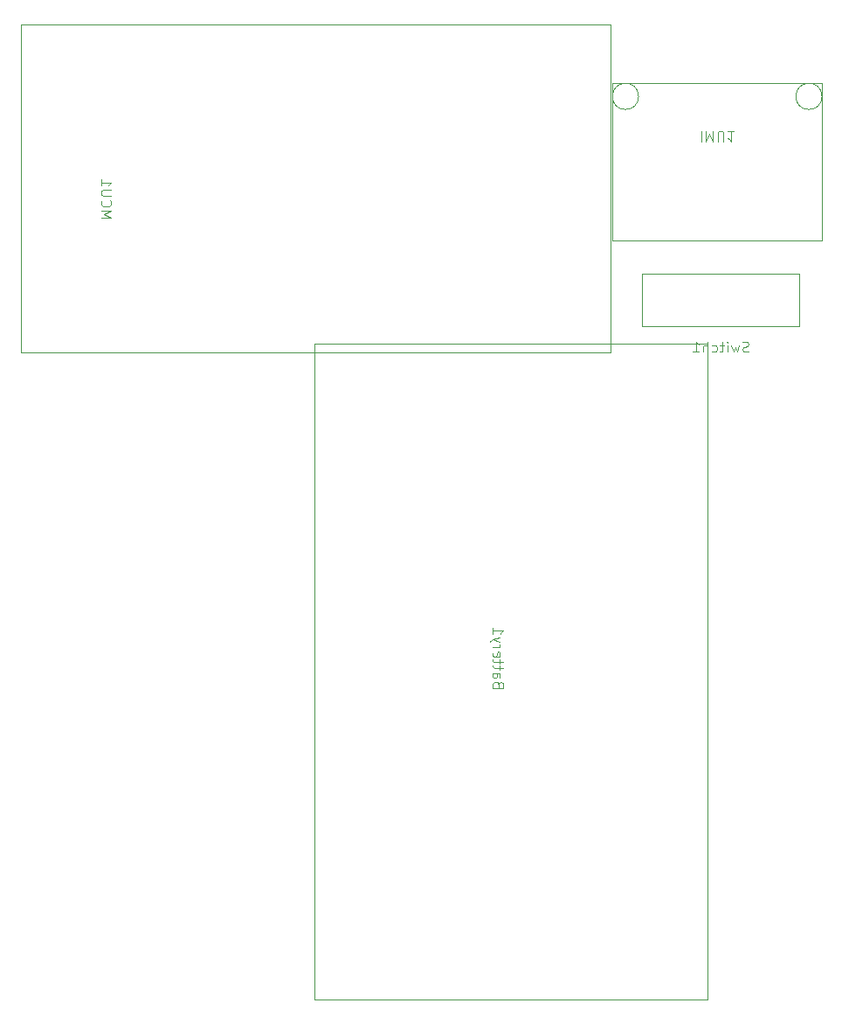
<source format=gbr>
%TF.GenerationSoftware,KiCad,Pcbnew,7.0.5*%
%TF.CreationDate,2023-07-05T14:29:17+01:00*%
%TF.ProjectId,rat,7261742e-6b69-4636-9164-5f7063625858,rev?*%
%TF.SameCoordinates,Original*%
%TF.FileFunction,Legend,Bot*%
%TF.FilePolarity,Positive*%
%FSLAX46Y46*%
G04 Gerber Fmt 4.6, Leading zero omitted, Abs format (unit mm)*
G04 Created by KiCad (PCBNEW 7.0.5) date 2023-07-05 14:29:17*
%MOMM*%
%LPD*%
G01*
G04 APERTURE LIST*
%ADD10C,0.100000*%
G04 APERTURE END LIST*
D10*
%TO.C,MCU1*%
X155382580Y-43073332D02*
X156382580Y-43073332D01*
X156382580Y-43073332D02*
X155668295Y-42739999D01*
X155668295Y-42739999D02*
X156382580Y-42406666D01*
X156382580Y-42406666D02*
X155382580Y-42406666D01*
X155477819Y-41359047D02*
X155430200Y-41406666D01*
X155430200Y-41406666D02*
X155382580Y-41549523D01*
X155382580Y-41549523D02*
X155382580Y-41644761D01*
X155382580Y-41644761D02*
X155430200Y-41787618D01*
X155430200Y-41787618D02*
X155525438Y-41882856D01*
X155525438Y-41882856D02*
X155620676Y-41930475D01*
X155620676Y-41930475D02*
X155811152Y-41978094D01*
X155811152Y-41978094D02*
X155954009Y-41978094D01*
X155954009Y-41978094D02*
X156144485Y-41930475D01*
X156144485Y-41930475D02*
X156239723Y-41882856D01*
X156239723Y-41882856D02*
X156334961Y-41787618D01*
X156334961Y-41787618D02*
X156382580Y-41644761D01*
X156382580Y-41644761D02*
X156382580Y-41549523D01*
X156382580Y-41549523D02*
X156334961Y-41406666D01*
X156334961Y-41406666D02*
X156287342Y-41359047D01*
X156382580Y-40930475D02*
X155573057Y-40930475D01*
X155573057Y-40930475D02*
X155477819Y-40882856D01*
X155477819Y-40882856D02*
X155430200Y-40835237D01*
X155430200Y-40835237D02*
X155382580Y-40739999D01*
X155382580Y-40739999D02*
X155382580Y-40549523D01*
X155382580Y-40549523D02*
X155430200Y-40454285D01*
X155430200Y-40454285D02*
X155477819Y-40406666D01*
X155477819Y-40406666D02*
X155573057Y-40359047D01*
X155573057Y-40359047D02*
X156382580Y-40359047D01*
X155382580Y-39359047D02*
X155382580Y-39930475D01*
X155382580Y-39644761D02*
X156382580Y-39644761D01*
X156382580Y-39644761D02*
X156239723Y-39739999D01*
X156239723Y-39739999D02*
X156144485Y-39835237D01*
X156144485Y-39835237D02*
X156096866Y-39930475D01*
%TO.C,Battery1*%
X193906390Y-88227619D02*
X193858771Y-88084762D01*
X193858771Y-88084762D02*
X193811152Y-88037143D01*
X193811152Y-88037143D02*
X193715914Y-87989524D01*
X193715914Y-87989524D02*
X193573057Y-87989524D01*
X193573057Y-87989524D02*
X193477819Y-88037143D01*
X193477819Y-88037143D02*
X193430200Y-88084762D01*
X193430200Y-88084762D02*
X193382580Y-88180000D01*
X193382580Y-88180000D02*
X193382580Y-88560952D01*
X193382580Y-88560952D02*
X194382580Y-88560952D01*
X194382580Y-88560952D02*
X194382580Y-88227619D01*
X194382580Y-88227619D02*
X194334961Y-88132381D01*
X194334961Y-88132381D02*
X194287342Y-88084762D01*
X194287342Y-88084762D02*
X194192104Y-88037143D01*
X194192104Y-88037143D02*
X194096866Y-88037143D01*
X194096866Y-88037143D02*
X194001628Y-88084762D01*
X194001628Y-88084762D02*
X193954009Y-88132381D01*
X193954009Y-88132381D02*
X193906390Y-88227619D01*
X193906390Y-88227619D02*
X193906390Y-88560952D01*
X193382580Y-87132381D02*
X193906390Y-87132381D01*
X193906390Y-87132381D02*
X194001628Y-87180000D01*
X194001628Y-87180000D02*
X194049247Y-87275238D01*
X194049247Y-87275238D02*
X194049247Y-87465714D01*
X194049247Y-87465714D02*
X194001628Y-87560952D01*
X193430200Y-87132381D02*
X193382580Y-87227619D01*
X193382580Y-87227619D02*
X193382580Y-87465714D01*
X193382580Y-87465714D02*
X193430200Y-87560952D01*
X193430200Y-87560952D02*
X193525438Y-87608571D01*
X193525438Y-87608571D02*
X193620676Y-87608571D01*
X193620676Y-87608571D02*
X193715914Y-87560952D01*
X193715914Y-87560952D02*
X193763533Y-87465714D01*
X193763533Y-87465714D02*
X193763533Y-87227619D01*
X193763533Y-87227619D02*
X193811152Y-87132381D01*
X194049247Y-86799047D02*
X194049247Y-86418095D01*
X194382580Y-86656190D02*
X193525438Y-86656190D01*
X193525438Y-86656190D02*
X193430200Y-86608571D01*
X193430200Y-86608571D02*
X193382580Y-86513333D01*
X193382580Y-86513333D02*
X193382580Y-86418095D01*
X194049247Y-86227618D02*
X194049247Y-85846666D01*
X194382580Y-86084761D02*
X193525438Y-86084761D01*
X193525438Y-86084761D02*
X193430200Y-86037142D01*
X193430200Y-86037142D02*
X193382580Y-85941904D01*
X193382580Y-85941904D02*
X193382580Y-85846666D01*
X193430200Y-85132380D02*
X193382580Y-85227618D01*
X193382580Y-85227618D02*
X193382580Y-85418094D01*
X193382580Y-85418094D02*
X193430200Y-85513332D01*
X193430200Y-85513332D02*
X193525438Y-85560951D01*
X193525438Y-85560951D02*
X193906390Y-85560951D01*
X193906390Y-85560951D02*
X194001628Y-85513332D01*
X194001628Y-85513332D02*
X194049247Y-85418094D01*
X194049247Y-85418094D02*
X194049247Y-85227618D01*
X194049247Y-85227618D02*
X194001628Y-85132380D01*
X194001628Y-85132380D02*
X193906390Y-85084761D01*
X193906390Y-85084761D02*
X193811152Y-85084761D01*
X193811152Y-85084761D02*
X193715914Y-85560951D01*
X193382580Y-84656189D02*
X194049247Y-84656189D01*
X193858771Y-84656189D02*
X193954009Y-84608570D01*
X193954009Y-84608570D02*
X194001628Y-84560951D01*
X194001628Y-84560951D02*
X194049247Y-84465713D01*
X194049247Y-84465713D02*
X194049247Y-84370475D01*
X194049247Y-84132379D02*
X193382580Y-83894284D01*
X194049247Y-83656189D02*
X193382580Y-83894284D01*
X193382580Y-83894284D02*
X193144485Y-83989522D01*
X193144485Y-83989522D02*
X193096866Y-84037141D01*
X193096866Y-84037141D02*
X193049247Y-84132379D01*
X193382580Y-82751427D02*
X193382580Y-83322855D01*
X193382580Y-83037141D02*
X194382580Y-83037141D01*
X194382580Y-83037141D02*
X194239723Y-83132379D01*
X194239723Y-83132379D02*
X194144485Y-83227617D01*
X194144485Y-83227617D02*
X194096866Y-83322855D01*
%TO.C,Switch1*%
X218150475Y-55989800D02*
X218007618Y-56037419D01*
X218007618Y-56037419D02*
X217769523Y-56037419D01*
X217769523Y-56037419D02*
X217674285Y-55989800D01*
X217674285Y-55989800D02*
X217626666Y-55942180D01*
X217626666Y-55942180D02*
X217579047Y-55846942D01*
X217579047Y-55846942D02*
X217579047Y-55751704D01*
X217579047Y-55751704D02*
X217626666Y-55656466D01*
X217626666Y-55656466D02*
X217674285Y-55608847D01*
X217674285Y-55608847D02*
X217769523Y-55561228D01*
X217769523Y-55561228D02*
X217959999Y-55513609D01*
X217959999Y-55513609D02*
X218055237Y-55465990D01*
X218055237Y-55465990D02*
X218102856Y-55418371D01*
X218102856Y-55418371D02*
X218150475Y-55323133D01*
X218150475Y-55323133D02*
X218150475Y-55227895D01*
X218150475Y-55227895D02*
X218102856Y-55132657D01*
X218102856Y-55132657D02*
X218055237Y-55085038D01*
X218055237Y-55085038D02*
X217959999Y-55037419D01*
X217959999Y-55037419D02*
X217721904Y-55037419D01*
X217721904Y-55037419D02*
X217579047Y-55085038D01*
X217245713Y-55370752D02*
X217055237Y-56037419D01*
X217055237Y-56037419D02*
X216864761Y-55561228D01*
X216864761Y-55561228D02*
X216674285Y-56037419D01*
X216674285Y-56037419D02*
X216483809Y-55370752D01*
X216102856Y-56037419D02*
X216102856Y-55370752D01*
X216102856Y-55037419D02*
X216150475Y-55085038D01*
X216150475Y-55085038D02*
X216102856Y-55132657D01*
X216102856Y-55132657D02*
X216055237Y-55085038D01*
X216055237Y-55085038D02*
X216102856Y-55037419D01*
X216102856Y-55037419D02*
X216102856Y-55132657D01*
X215769523Y-55370752D02*
X215388571Y-55370752D01*
X215626666Y-55037419D02*
X215626666Y-55894561D01*
X215626666Y-55894561D02*
X215579047Y-55989800D01*
X215579047Y-55989800D02*
X215483809Y-56037419D01*
X215483809Y-56037419D02*
X215388571Y-56037419D01*
X214626666Y-55989800D02*
X214721904Y-56037419D01*
X214721904Y-56037419D02*
X214912380Y-56037419D01*
X214912380Y-56037419D02*
X215007618Y-55989800D01*
X215007618Y-55989800D02*
X215055237Y-55942180D01*
X215055237Y-55942180D02*
X215102856Y-55846942D01*
X215102856Y-55846942D02*
X215102856Y-55561228D01*
X215102856Y-55561228D02*
X215055237Y-55465990D01*
X215055237Y-55465990D02*
X215007618Y-55418371D01*
X215007618Y-55418371D02*
X214912380Y-55370752D01*
X214912380Y-55370752D02*
X214721904Y-55370752D01*
X214721904Y-55370752D02*
X214626666Y-55418371D01*
X214198094Y-56037419D02*
X214198094Y-55037419D01*
X213769523Y-56037419D02*
X213769523Y-55513609D01*
X213769523Y-55513609D02*
X213817142Y-55418371D01*
X213817142Y-55418371D02*
X213912380Y-55370752D01*
X213912380Y-55370752D02*
X214055237Y-55370752D01*
X214055237Y-55370752D02*
X214150475Y-55418371D01*
X214150475Y-55418371D02*
X214198094Y-55465990D01*
X212769523Y-56037419D02*
X213340951Y-56037419D01*
X213055237Y-56037419D02*
X213055237Y-55037419D01*
X213055237Y-55037419D02*
X213150475Y-55180276D01*
X213150475Y-55180276D02*
X213245713Y-55275514D01*
X213245713Y-55275514D02*
X213340951Y-55323133D01*
%TO.C,IMU1*%
X213538572Y-34652580D02*
X213538572Y-35652580D01*
X214014762Y-34652580D02*
X214014762Y-35652580D01*
X214014762Y-35652580D02*
X214348095Y-34938295D01*
X214348095Y-34938295D02*
X214681428Y-35652580D01*
X214681428Y-35652580D02*
X214681428Y-34652580D01*
X215157619Y-35652580D02*
X215157619Y-34843057D01*
X215157619Y-34843057D02*
X215205238Y-34747819D01*
X215205238Y-34747819D02*
X215252857Y-34700200D01*
X215252857Y-34700200D02*
X215348095Y-34652580D01*
X215348095Y-34652580D02*
X215538571Y-34652580D01*
X215538571Y-34652580D02*
X215633809Y-34700200D01*
X215633809Y-34700200D02*
X215681428Y-34747819D01*
X215681428Y-34747819D02*
X215729047Y-34843057D01*
X215729047Y-34843057D02*
X215729047Y-35652580D01*
X216729047Y-34652580D02*
X216157619Y-34652580D01*
X216443333Y-34652580D02*
X216443333Y-35652580D01*
X216443333Y-35652580D02*
X216348095Y-35509723D01*
X216348095Y-35509723D02*
X216252857Y-35414485D01*
X216252857Y-35414485D02*
X216157619Y-35366866D01*
%TO.C,MCU1*%
X204735000Y-56099000D02*
X147585000Y-56099000D01*
X147585000Y-56099000D02*
X147585000Y-24349000D01*
X147585000Y-24349000D02*
X204735000Y-24349000D01*
X204735000Y-24349000D02*
X204735000Y-56099000D01*
%TO.C,Battery1*%
X214160000Y-118700000D02*
X176060000Y-118700000D01*
X176060000Y-118700000D02*
X176060000Y-55200000D01*
X176060000Y-55200000D02*
X214160000Y-55200000D01*
X214160000Y-55200000D02*
X214160000Y-118700000D01*
%TO.C,Switch1*%
X223080000Y-53540000D02*
X207840000Y-53540000D01*
X207840000Y-53540000D02*
X207840000Y-48460000D01*
X207840000Y-48460000D02*
X223080000Y-48460000D01*
X223080000Y-48460000D02*
X223080000Y-53540000D01*
%TO.C,IMU1*%
X225270000Y-31300000D02*
G75*
G03*
X225270000Y-31300000I-1270000J0D01*
G01*
X207490000Y-31300000D02*
G75*
G03*
X207490000Y-31300000I-1270000J0D01*
G01*
X204950000Y-45270000D02*
X225270000Y-45270000D01*
X225270000Y-45270000D02*
X225270000Y-30030000D01*
X225270000Y-30030000D02*
X204950000Y-30030000D01*
X204950000Y-30030000D02*
X204950000Y-45270000D01*
%TD*%
M02*

</source>
